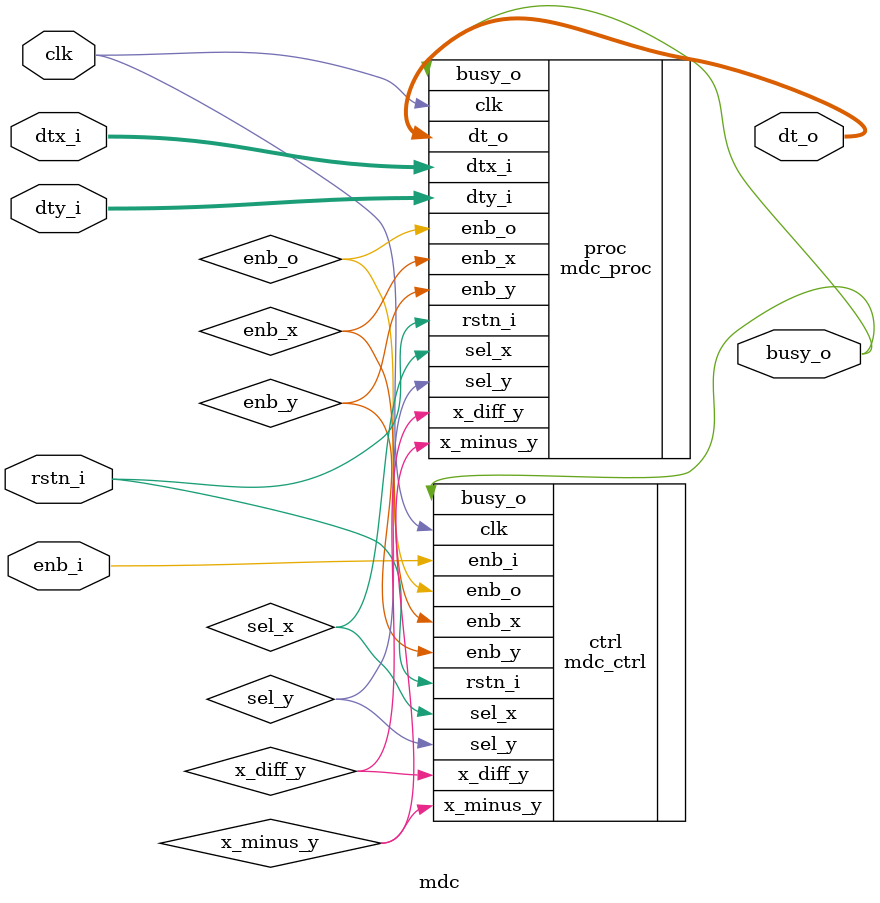
<source format=sv>

module mdc(
	input clk,
	input rstn_i,
	input logic enb_i,
	input logic [7:0] dtx_i,
    input logic [7:0] dty_i,

    output logic busy_o,
    output logic [7:0] dt_o
	);

logic x_diff_y;
logic x_minus_y;
logic sel_x;
logic sel_y;
logic enb_x;
logic enb_y;
logic enb_o;

mdc_ctrl ctrl(
	.clk        (clk),
    .rstn_i     (rstn_i),
    .enb_i      (enb_i),
    .x_diff_y   (x_diff_y),
    .x_minus_y  (x_minus_y),
    .sel_x      (sel_x),
    .sel_y      (sel_y),
    .enb_x      (enb_x),
    .enb_y      (enb_y),
    .enb_o      (enb_o),
    .busy_o     (busy_o)
);

mdc_proc proc(
	.clk        (clk),
    .rstn_i     (rstn_i),
    .busy_o     (busy_o),
    .sel_x      (sel_x),
    .sel_y      (sel_y),
    .enb_x      (enb_x),
    .enb_y      (enb_y),
    .enb_o      (enb_o),
    .dtx_i      (dtx_i),
    .dty_i      (dty_i),
    .x_diff_y   (x_diff_y),
    .x_minus_y  (x_minus_y),
    .dt_o       (dt_o)
);

endmodule

</source>
